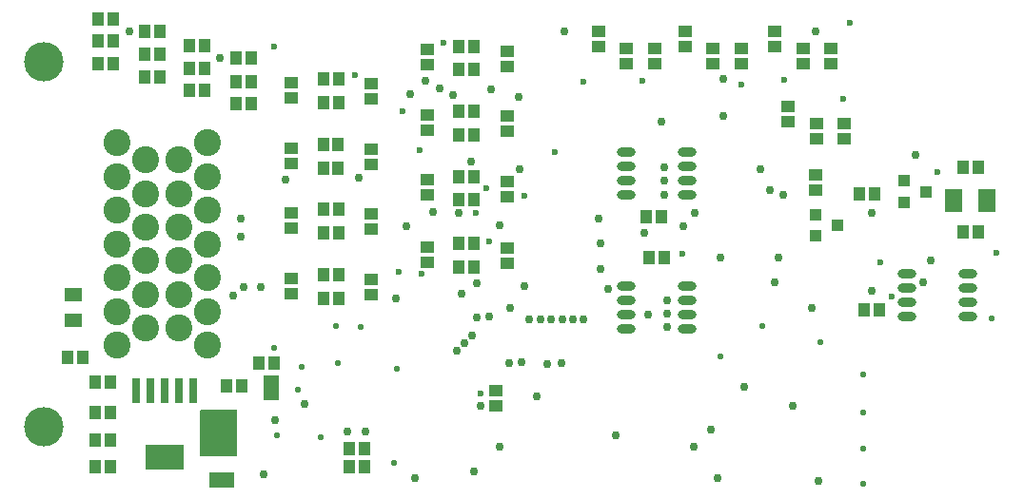
<source format=gbs>
G04*
G04 #@! TF.GenerationSoftware,Altium Limited,Altium Designer,19.0.10 (269)*
G04*
G04 Layer_Color=16711935*
%FSLAX25Y25*%
%MOIN*%
G70*
G01*
G75*
%ADD37R,0.04737X0.04343*%
%ADD39O,0.06509X0.03162*%
%ADD40R,0.04343X0.04737*%
%ADD41R,0.04343X0.03950*%
%ADD43R,0.05918X0.05131*%
%ADD45R,0.08871X0.05328*%
%ADD46R,0.05328X0.08871*%
%ADD49R,0.03162X0.09068*%
%ADD50R,0.13398X0.09068*%
%ADD54C,0.13792*%
%ADD55C,0.09461*%
%ADD56C,0.03000*%
%ADD57C,0.02165*%
%ADD58C,0.02362*%
%ADD65R,0.05918X0.07887*%
G36*
X178444Y28979D02*
Y12992D01*
X191535D01*
X191535Y29327D01*
X178798Y29332D01*
X178444Y28979D01*
D02*
G37*
D37*
X389566Y156201D02*
D03*
Y150886D02*
D03*
X394291Y129823D02*
D03*
Y124508D02*
D03*
X358070Y156201D02*
D03*
Y150886D02*
D03*
X327755Y156201D02*
D03*
Y150886D02*
D03*
X379724Y162106D02*
D03*
Y156791D02*
D03*
X384448Y135728D02*
D03*
Y130413D02*
D03*
X348228Y162106D02*
D03*
Y156791D02*
D03*
X317913Y162106D02*
D03*
Y156791D02*
D03*
X399409Y150886D02*
D03*
Y156201D02*
D03*
X404133Y124508D02*
D03*
Y129823D02*
D03*
X367913Y150886D02*
D03*
Y156201D02*
D03*
X337598Y150886D02*
D03*
Y156201D02*
D03*
X393897Y106524D02*
D03*
Y111839D02*
D03*
X238484Y138287D02*
D03*
Y143602D02*
D03*
X210531Y138681D02*
D03*
Y143996D02*
D03*
X238484Y69685D02*
D03*
Y75000D02*
D03*
X210531Y70079D02*
D03*
Y75394D02*
D03*
X238385Y115453D02*
D03*
Y120768D02*
D03*
X210433Y115847D02*
D03*
Y121161D02*
D03*
X286023Y80709D02*
D03*
Y86024D02*
D03*
X258070Y81102D02*
D03*
Y86417D02*
D03*
X286023Y149902D02*
D03*
Y155217D02*
D03*
X258070Y150295D02*
D03*
Y155610D02*
D03*
X286023Y126969D02*
D03*
Y132283D02*
D03*
X258070Y127362D02*
D03*
Y132677D02*
D03*
X238484Y92618D02*
D03*
Y97933D02*
D03*
X210531Y93012D02*
D03*
Y98327D02*
D03*
X286023Y104232D02*
D03*
Y109547D02*
D03*
X258070Y104626D02*
D03*
Y109941D02*
D03*
X282086Y35925D02*
D03*
Y30610D02*
D03*
D39*
X349114Y104705D02*
D03*
Y109705D02*
D03*
Y114705D02*
D03*
Y119705D02*
D03*
X327657Y104705D02*
D03*
Y109705D02*
D03*
Y114705D02*
D03*
Y119705D02*
D03*
X447539Y62185D02*
D03*
Y67185D02*
D03*
Y72185D02*
D03*
Y77185D02*
D03*
X426082Y62185D02*
D03*
Y67185D02*
D03*
Y72185D02*
D03*
Y77185D02*
D03*
X349114Y57854D02*
D03*
Y62854D02*
D03*
Y67854D02*
D03*
Y72854D02*
D03*
X327657Y57854D02*
D03*
Y62854D02*
D03*
Y67854D02*
D03*
Y72854D02*
D03*
D40*
X339960Y97035D02*
D03*
X334645D02*
D03*
X341043Y82677D02*
D03*
X335728D02*
D03*
X409350Y105118D02*
D03*
X414665D02*
D03*
X450885Y114473D02*
D03*
X445570D02*
D03*
Y91639D02*
D03*
X450885D02*
D03*
X416306Y64567D02*
D03*
X410992D02*
D03*
X132185Y47638D02*
D03*
X137499D02*
D03*
X204527Y45669D02*
D03*
X199212D02*
D03*
X180019Y141339D02*
D03*
X174704D02*
D03*
X180019Y157087D02*
D03*
X174704D02*
D03*
X180019Y149213D02*
D03*
X174704D02*
D03*
X196456Y136614D02*
D03*
X191141D02*
D03*
X191076Y152756D02*
D03*
X196391D02*
D03*
Y144488D02*
D03*
X191076D02*
D03*
X158956Y162205D02*
D03*
X164271D02*
D03*
Y146063D02*
D03*
X158956D02*
D03*
X164271Y153937D02*
D03*
X158956D02*
D03*
X221653Y145276D02*
D03*
X226968D02*
D03*
Y137008D02*
D03*
X221653D02*
D03*
Y76673D02*
D03*
X226968D02*
D03*
Y68405D02*
D03*
X221653D02*
D03*
X221555Y122441D02*
D03*
X226870D02*
D03*
Y114173D02*
D03*
X221555D02*
D03*
X269193Y87697D02*
D03*
X274507D02*
D03*
Y79429D02*
D03*
X269193D02*
D03*
Y156890D02*
D03*
X274507D02*
D03*
Y148622D02*
D03*
X269193D02*
D03*
Y133957D02*
D03*
X274507D02*
D03*
Y125689D02*
D03*
X269193D02*
D03*
X221653Y99606D02*
D03*
X226968D02*
D03*
Y91339D02*
D03*
X221653D02*
D03*
X148031Y166535D02*
D03*
X142716D02*
D03*
X148031Y150787D02*
D03*
X142716D02*
D03*
X148031Y158661D02*
D03*
X142716D02*
D03*
X269193Y111221D02*
D03*
X274507D02*
D03*
Y102953D02*
D03*
X269193D02*
D03*
X146948Y38976D02*
D03*
X141633D02*
D03*
X146948Y9449D02*
D03*
X141633D02*
D03*
X146948Y18898D02*
D03*
X141633D02*
D03*
X146948Y28346D02*
D03*
X141633D02*
D03*
X193011Y37795D02*
D03*
X187696D02*
D03*
X235925Y9449D02*
D03*
X230610D02*
D03*
X235925Y15748D02*
D03*
X230610D02*
D03*
D41*
X432874Y105905D02*
D03*
X425000Y102165D02*
D03*
Y109646D02*
D03*
X401771Y94095D02*
D03*
X393897Y90354D02*
D03*
Y97835D02*
D03*
D43*
X134055Y69882D02*
D03*
Y60827D02*
D03*
D45*
X186122Y4921D02*
D03*
D46*
X203543Y37008D02*
D03*
D49*
X175944Y36122D02*
D03*
X170944D02*
D03*
X165944D02*
D03*
X160944D02*
D03*
X155944D02*
D03*
D50*
X165944Y12697D02*
D03*
D54*
X123819Y23524D02*
D03*
Y151476D02*
D03*
D55*
X180905Y122933D02*
D03*
Y111122D02*
D03*
Y99311D02*
D03*
Y87500D02*
D03*
Y75689D02*
D03*
Y63878D02*
D03*
Y52067D02*
D03*
X171063Y117028D02*
D03*
Y105217D02*
D03*
Y93405D02*
D03*
Y81595D02*
D03*
Y69784D02*
D03*
Y57972D02*
D03*
X159251Y117028D02*
D03*
Y105217D02*
D03*
Y93405D02*
D03*
Y81595D02*
D03*
Y69784D02*
D03*
Y57972D02*
D03*
X149409Y122933D02*
D03*
Y111122D02*
D03*
Y99311D02*
D03*
Y87500D02*
D03*
Y75689D02*
D03*
Y63878D02*
D03*
Y52067D02*
D03*
D56*
X185072Y23310D02*
D03*
Y27542D02*
D03*
X189665D02*
D03*
Y23310D02*
D03*
Y19077D02*
D03*
Y14845D02*
D03*
X185072D02*
D03*
X180479D02*
D03*
Y19077D02*
D03*
X185072D02*
D03*
X180479Y23310D02*
D03*
Y27542D02*
D03*
X200590Y6791D02*
D03*
X204822Y25689D02*
D03*
X269204Y98425D02*
D03*
X287124Y65008D02*
D03*
X279724Y62205D02*
D03*
X293846Y61024D02*
D03*
X236417Y21654D02*
D03*
X339945Y130315D02*
D03*
X247047Y68405D02*
D03*
X250787Y93799D02*
D03*
X283366Y94193D02*
D03*
X341929Y62992D02*
D03*
Y67854D02*
D03*
X335236Y62598D02*
D03*
X290354Y113779D02*
D03*
X297646Y61024D02*
D03*
X301446D02*
D03*
X309046D02*
D03*
X291929Y72834D02*
D03*
X269882Y70079D02*
D03*
X275393Y73622D02*
D03*
X305246Y61024D02*
D03*
X275393Y61811D02*
D03*
X434448Y81890D02*
D03*
X431693Y74016D02*
D03*
X378149Y106299D02*
D03*
X382874Y104911D02*
D03*
X392716Y64961D02*
D03*
X428937Y118898D02*
D03*
X413649Y98260D02*
D03*
Y70965D02*
D03*
X379724Y74016D02*
D03*
X380905Y82896D02*
D03*
X360595Y82677D02*
D03*
X361712Y145276D02*
D03*
Y132579D02*
D03*
X393897Y162106D02*
D03*
X374699Y113686D02*
D03*
X300196Y45276D02*
D03*
X296260Y34252D02*
D03*
X347834Y93701D02*
D03*
X351801Y98425D02*
D03*
X334055Y91339D02*
D03*
X341141Y104911D02*
D03*
X318701Y87795D02*
D03*
X341929Y58268D02*
D03*
X341141Y109843D02*
D03*
Y114567D02*
D03*
X321435Y71653D02*
D03*
X318700Y78740D02*
D03*
X286811Y45669D02*
D03*
X291141Y45945D02*
D03*
X304921Y45669D02*
D03*
X317913Y96457D02*
D03*
X252185Y140157D02*
D03*
X257283Y144882D02*
D03*
X312846Y61024D02*
D03*
X260028Y98808D02*
D03*
X306102Y162205D02*
D03*
X289960Y138976D02*
D03*
X280467Y141732D02*
D03*
X267126Y139764D02*
D03*
X262401Y142126D02*
D03*
X273425Y116535D02*
D03*
X192716Y96457D02*
D03*
X208464Y110236D02*
D03*
X234055Y110630D02*
D03*
X189960Y69291D02*
D03*
X192716Y90158D02*
D03*
X369094Y37402D02*
D03*
X268307Y50000D02*
D03*
X270994Y52687D02*
D03*
X276673Y30610D02*
D03*
X386023D02*
D03*
X324212Y20472D02*
D03*
X199803Y72441D02*
D03*
X193863Y72338D02*
D03*
X273681Y55374D02*
D03*
X185236Y152756D02*
D03*
X153740Y162205D02*
D03*
X253740Y5512D02*
D03*
X215157Y31496D02*
D03*
X395078Y4586D02*
D03*
X359645Y5354D02*
D03*
X357283Y22461D02*
D03*
X351378Y16535D02*
D03*
X274419Y7677D02*
D03*
X283358Y16535D02*
D03*
X230118Y21654D02*
D03*
D57*
X226574Y45871D02*
D03*
X204219Y50984D02*
D03*
X455708Y61516D02*
D03*
X225984Y58760D02*
D03*
X234759Y58472D02*
D03*
X220871Y19882D02*
D03*
X205421Y20374D02*
D03*
X212795Y36562D02*
D03*
X213971Y44287D02*
D03*
X246259Y10873D02*
D03*
X247265Y43801D02*
D03*
X360595Y47934D02*
D03*
X375337Y58857D02*
D03*
X395866Y53150D02*
D03*
X410826Y41732D02*
D03*
Y28265D02*
D03*
Y15748D02*
D03*
Y3543D02*
D03*
D58*
X367951Y143307D02*
D03*
X279626Y88500D02*
D03*
X406004Y164961D02*
D03*
X403615Y138583D02*
D03*
X312696Y144587D02*
D03*
X302854Y119705D02*
D03*
X457283Y84558D02*
D03*
X436614Y112697D02*
D03*
X278839Y107087D02*
D03*
X255276Y120276D02*
D03*
X263722Y157988D02*
D03*
X204527Y156890D02*
D03*
X347244Y83957D02*
D03*
X248130Y77843D02*
D03*
X255905Y76938D02*
D03*
X291936Y104357D02*
D03*
X383172Y144980D02*
D03*
X333366Y144645D02*
D03*
X416732Y81085D02*
D03*
X420669Y68997D02*
D03*
X249507Y134218D02*
D03*
X232874Y146653D02*
D03*
X275196Y98260D02*
D03*
X276574Y35236D02*
D03*
D65*
X453936Y102662D02*
D03*
X442519D02*
D03*
M02*

</source>
